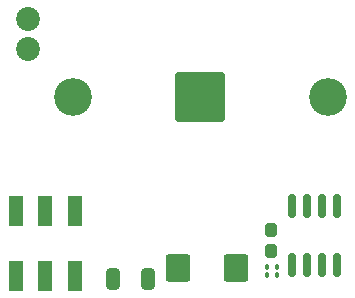
<source format=gbr>
%TF.GenerationSoftware,KiCad,Pcbnew,8.0.7*%
%TF.CreationDate,2025-01-07T22:37:39-03:00*%
%TF.ProjectId,organator,6f726761-6e61-4746-9f72-2e6b69636164,rev?*%
%TF.SameCoordinates,Original*%
%TF.FileFunction,Soldermask,Bot*%
%TF.FilePolarity,Negative*%
%FSLAX46Y46*%
G04 Gerber Fmt 4.6, Leading zero omitted, Abs format (unit mm)*
G04 Created by KiCad (PCBNEW 8.0.7) date 2025-01-07 22:37:39*
%MOMM*%
%LPD*%
G01*
G04 APERTURE LIST*
G04 Aperture macros list*
%AMRoundRect*
0 Rectangle with rounded corners*
0 $1 Rounding radius*
0 $2 $3 $4 $5 $6 $7 $8 $9 X,Y pos of 4 corners*
0 Add a 4 corners polygon primitive as box body*
4,1,4,$2,$3,$4,$5,$6,$7,$8,$9,$2,$3,0*
0 Add four circle primitives for the rounded corners*
1,1,$1+$1,$2,$3*
1,1,$1+$1,$4,$5*
1,1,$1+$1,$6,$7*
1,1,$1+$1,$8,$9*
0 Add four rect primitives between the rounded corners*
20,1,$1+$1,$2,$3,$4,$5,0*
20,1,$1+$1,$4,$5,$6,$7,0*
20,1,$1+$1,$6,$7,$8,$9,0*
20,1,$1+$1,$8,$9,$2,$3,0*%
G04 Aperture macros list end*
%ADD10C,2.020000*%
%ADD11RoundRect,0.100000X0.100000X-0.130000X0.100000X0.130000X-0.100000X0.130000X-0.100000X-0.130000X0*%
%ADD12RoundRect,0.250000X-0.275000X0.312500X-0.275000X-0.312500X0.275000X-0.312500X0.275000X0.312500X0*%
%ADD13RoundRect,0.250000X0.325000X0.650000X-0.325000X0.650000X-0.325000X-0.650000X0.325000X-0.650000X0*%
%ADD14RoundRect,0.250000X-0.787500X-0.925000X0.787500X-0.925000X0.787500X0.925000X-0.787500X0.925000X0*%
%ADD15R,1.200000X2.500000*%
%ADD16RoundRect,0.102000X1.980000X1.980000X-1.980000X1.980000X-1.980000X-1.980000X1.980000X-1.980000X0*%
%ADD17C,3.204000*%
%ADD18RoundRect,0.150000X-0.150000X0.825000X-0.150000X-0.825000X0.150000X-0.825000X0.150000X0.825000X0*%
G04 APERTURE END LIST*
D10*
%TO.C,J1*%
X107900000Y-102450000D03*
X107900000Y-99910000D03*
%TD*%
D11*
%TO.C,C2*%
X128950000Y-121575000D03*
X128950000Y-120935000D03*
%TD*%
D12*
%TO.C,C3*%
X128450000Y-117775000D03*
X128450000Y-119550000D03*
%TD*%
D13*
%TO.C,C4*%
X118050000Y-121950000D03*
X115100000Y-121950000D03*
%TD*%
D14*
%TO.C,C5*%
X120575000Y-121000000D03*
X125500000Y-121000000D03*
%TD*%
D15*
%TO.C,S1*%
X106850000Y-116200000D03*
X109350000Y-116200000D03*
X111850000Y-116200000D03*
X106850000Y-121700000D03*
X109350000Y-121700000D03*
X111850000Y-121700000D03*
%TD*%
D16*
%TO.C,BT1*%
X122500000Y-106550000D03*
D17*
X133300000Y-106550000D03*
X111700000Y-106550000D03*
%TD*%
D18*
%TO.C,U1*%
X130260000Y-115800000D03*
X131530000Y-115800000D03*
X132800000Y-115800000D03*
X134070000Y-115800000D03*
X134070000Y-120750000D03*
X132800000Y-120750000D03*
X131530000Y-120750000D03*
X130260000Y-120750000D03*
%TD*%
D11*
%TO.C,C1*%
X128100000Y-121575000D03*
X128100000Y-120935000D03*
%TD*%
M02*

</source>
